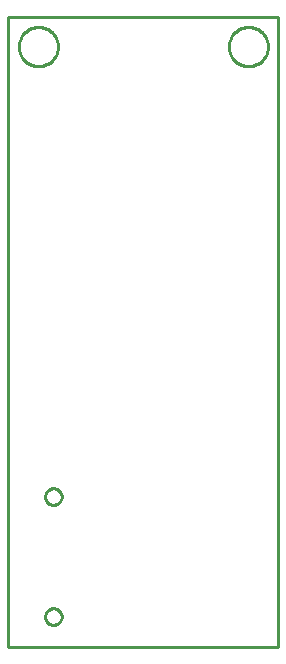
<source format=gbr>
G04 EAGLE Gerber RS-274X export*
G75*
%MOMM*%
%FSLAX34Y34*%
%LPD*%
%IN*%
%IPPOS*%
%AMOC8*
5,1,8,0,0,1.08239X$1,22.5*%
G01*
%ADD10C,0.254000*%


D10*
X0Y0D02*
X228600Y0D01*
X228600Y533400D01*
X0Y533400D01*
X0Y0D01*
X37756Y120000D02*
X37072Y120067D01*
X36397Y120202D01*
X35739Y120401D01*
X35104Y120664D01*
X34497Y120989D01*
X33925Y121371D01*
X33393Y121807D01*
X32907Y122293D01*
X32471Y122825D01*
X32089Y123397D01*
X31764Y124004D01*
X31501Y124639D01*
X31302Y125297D01*
X31167Y125972D01*
X31100Y126656D01*
X31100Y127344D01*
X31167Y128028D01*
X31302Y128703D01*
X31501Y129361D01*
X31764Y129997D01*
X32089Y130603D01*
X32471Y131175D01*
X32907Y131707D01*
X33393Y132193D01*
X33925Y132629D01*
X34497Y133011D01*
X35104Y133336D01*
X35739Y133599D01*
X36397Y133798D01*
X37072Y133933D01*
X37756Y134000D01*
X38444Y134000D01*
X39128Y133933D01*
X39803Y133798D01*
X40461Y133599D01*
X41097Y133336D01*
X41703Y133011D01*
X42275Y132629D01*
X42807Y132193D01*
X43293Y131707D01*
X43729Y131175D01*
X44111Y130603D01*
X44436Y129997D01*
X44699Y129361D01*
X44898Y128703D01*
X45033Y128028D01*
X45100Y127344D01*
X45100Y126656D01*
X45033Y125972D01*
X44898Y125297D01*
X44699Y124639D01*
X44436Y124004D01*
X44111Y123397D01*
X43729Y122825D01*
X43293Y122293D01*
X42807Y121807D01*
X42275Y121371D01*
X41703Y120989D01*
X41097Y120664D01*
X40461Y120401D01*
X39803Y120202D01*
X39128Y120067D01*
X38444Y120000D01*
X37756Y120000D01*
X37756Y18400D02*
X37072Y18467D01*
X36397Y18602D01*
X35739Y18801D01*
X35104Y19064D01*
X34497Y19389D01*
X33925Y19771D01*
X33393Y20207D01*
X32907Y20693D01*
X32471Y21225D01*
X32089Y21797D01*
X31764Y22404D01*
X31501Y23039D01*
X31302Y23697D01*
X31167Y24372D01*
X31100Y25056D01*
X31100Y25744D01*
X31167Y26428D01*
X31302Y27103D01*
X31501Y27761D01*
X31764Y28397D01*
X32089Y29003D01*
X32471Y29575D01*
X32907Y30107D01*
X33393Y30593D01*
X33925Y31029D01*
X34497Y31411D01*
X35104Y31736D01*
X35739Y31999D01*
X36397Y32198D01*
X37072Y32333D01*
X37756Y32400D01*
X38444Y32400D01*
X39128Y32333D01*
X39803Y32198D01*
X40461Y31999D01*
X41097Y31736D01*
X41703Y31411D01*
X42275Y31029D01*
X42807Y30593D01*
X43293Y30107D01*
X43729Y29575D01*
X44111Y29003D01*
X44436Y28397D01*
X44699Y27761D01*
X44898Y27103D01*
X45033Y26428D01*
X45100Y25744D01*
X45100Y25056D01*
X45033Y24372D01*
X44898Y23697D01*
X44699Y23039D01*
X44436Y22404D01*
X44111Y21797D01*
X43729Y21225D01*
X43293Y20693D01*
X42807Y20207D01*
X42275Y19771D01*
X41703Y19389D01*
X41097Y19064D01*
X40461Y18801D01*
X39803Y18602D01*
X39128Y18467D01*
X38444Y18400D01*
X37756Y18400D01*
X41910Y507460D02*
X41839Y506381D01*
X41698Y505309D01*
X41487Y504249D01*
X41208Y503205D01*
X40860Y502181D01*
X40446Y501183D01*
X39968Y500213D01*
X39428Y499277D01*
X38827Y498378D01*
X38169Y497521D01*
X37457Y496708D01*
X36692Y495944D01*
X35879Y495231D01*
X35022Y494573D01*
X34123Y493972D01*
X33187Y493432D01*
X32217Y492954D01*
X31219Y492540D01*
X30195Y492192D01*
X29151Y491913D01*
X28091Y491702D01*
X27019Y491561D01*
X25940Y491490D01*
X24860Y491490D01*
X23781Y491561D01*
X22709Y491702D01*
X21649Y491913D01*
X20605Y492192D01*
X19581Y492540D01*
X18583Y492954D01*
X17613Y493432D01*
X16677Y493972D01*
X15778Y494573D01*
X14921Y495231D01*
X14108Y495944D01*
X13344Y496708D01*
X12631Y497521D01*
X11973Y498378D01*
X11372Y499277D01*
X10832Y500213D01*
X10354Y501183D01*
X9940Y502181D01*
X9592Y503205D01*
X9313Y504249D01*
X9102Y505309D01*
X8961Y506381D01*
X8890Y507460D01*
X8890Y508540D01*
X8961Y509619D01*
X9102Y510691D01*
X9313Y511751D01*
X9592Y512795D01*
X9940Y513819D01*
X10354Y514817D01*
X10832Y515787D01*
X11372Y516723D01*
X11973Y517622D01*
X12631Y518479D01*
X13344Y519292D01*
X14108Y520057D01*
X14921Y520769D01*
X15778Y521427D01*
X16677Y522028D01*
X17613Y522568D01*
X18583Y523046D01*
X19581Y523460D01*
X20605Y523808D01*
X21649Y524087D01*
X22709Y524298D01*
X23781Y524439D01*
X24860Y524510D01*
X25940Y524510D01*
X27019Y524439D01*
X28091Y524298D01*
X29151Y524087D01*
X30195Y523808D01*
X31219Y523460D01*
X32217Y523046D01*
X33187Y522568D01*
X34123Y522028D01*
X35022Y521427D01*
X35879Y520769D01*
X36692Y520057D01*
X37457Y519292D01*
X38169Y518479D01*
X38827Y517622D01*
X39428Y516723D01*
X39968Y515787D01*
X40446Y514817D01*
X40860Y513819D01*
X41208Y512795D01*
X41487Y511751D01*
X41698Y510691D01*
X41839Y509619D01*
X41910Y508540D01*
X41910Y507460D01*
X219710Y507460D02*
X219639Y506381D01*
X219498Y505309D01*
X219287Y504249D01*
X219008Y503205D01*
X218660Y502181D01*
X218246Y501183D01*
X217768Y500213D01*
X217228Y499277D01*
X216627Y498378D01*
X215969Y497521D01*
X215257Y496708D01*
X214492Y495944D01*
X213679Y495231D01*
X212822Y494573D01*
X211923Y493972D01*
X210987Y493432D01*
X210017Y492954D01*
X209019Y492540D01*
X207995Y492192D01*
X206951Y491913D01*
X205891Y491702D01*
X204819Y491561D01*
X203740Y491490D01*
X202660Y491490D01*
X201581Y491561D01*
X200509Y491702D01*
X199449Y491913D01*
X198405Y492192D01*
X197381Y492540D01*
X196383Y492954D01*
X195413Y493432D01*
X194477Y493972D01*
X193578Y494573D01*
X192721Y495231D01*
X191908Y495944D01*
X191144Y496708D01*
X190431Y497521D01*
X189773Y498378D01*
X189172Y499277D01*
X188632Y500213D01*
X188154Y501183D01*
X187740Y502181D01*
X187392Y503205D01*
X187113Y504249D01*
X186902Y505309D01*
X186761Y506381D01*
X186690Y507460D01*
X186690Y508540D01*
X186761Y509619D01*
X186902Y510691D01*
X187113Y511751D01*
X187392Y512795D01*
X187740Y513819D01*
X188154Y514817D01*
X188632Y515787D01*
X189172Y516723D01*
X189773Y517622D01*
X190431Y518479D01*
X191144Y519292D01*
X191908Y520057D01*
X192721Y520769D01*
X193578Y521427D01*
X194477Y522028D01*
X195413Y522568D01*
X196383Y523046D01*
X197381Y523460D01*
X198405Y523808D01*
X199449Y524087D01*
X200509Y524298D01*
X201581Y524439D01*
X202660Y524510D01*
X203740Y524510D01*
X204819Y524439D01*
X205891Y524298D01*
X206951Y524087D01*
X207995Y523808D01*
X209019Y523460D01*
X210017Y523046D01*
X210987Y522568D01*
X211923Y522028D01*
X212822Y521427D01*
X213679Y520769D01*
X214492Y520057D01*
X215257Y519292D01*
X215969Y518479D01*
X216627Y517622D01*
X217228Y516723D01*
X217768Y515787D01*
X218246Y514817D01*
X218660Y513819D01*
X219008Y512795D01*
X219287Y511751D01*
X219498Y510691D01*
X219639Y509619D01*
X219710Y508540D01*
X219710Y507460D01*
M02*

</source>
